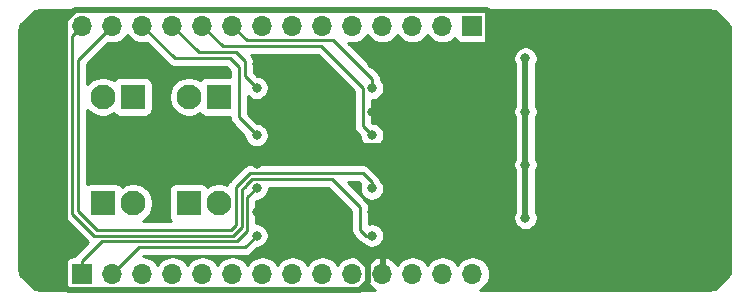
<source format=gbr>
G04 #@! TF.GenerationSoftware,KiCad,Pcbnew,5.1.4+dfsg1-1*
G04 #@! TF.CreationDate,2019-12-01T21:22:26+08:00*
G04 #@! TF.ProjectId,octolight,6f63746f-6c69-4676-9874-2e6b69636164,rev?*
G04 #@! TF.SameCoordinates,Original*
G04 #@! TF.FileFunction,Copper,L2,Bot*
G04 #@! TF.FilePolarity,Positive*
%FSLAX46Y46*%
G04 Gerber Fmt 4.6, Leading zero omitted, Abs format (unit mm)*
G04 Created by KiCad (PCBNEW 5.1.4+dfsg1-1) date 2019-12-01 21:22:26*
%MOMM*%
%LPD*%
G04 APERTURE LIST*
%ADD10R,2.100000X2.100000*%
%ADD11C,2.100000*%
%ADD12O,1.700000X1.700000*%
%ADD13R,1.700000X1.700000*%
%ADD14C,0.800000*%
%ADD15C,0.250000*%
%ADD16C,0.500000*%
%ADD17C,0.254000*%
G04 APERTURE END LIST*
D10*
X126000000Y-101500000D03*
D11*
X128540000Y-101500000D03*
X135790000Y-101500000D03*
D10*
X133250000Y-101500000D03*
X135790000Y-92500000D03*
D11*
X133250000Y-92500000D03*
D12*
X124250000Y-86500000D03*
X126790000Y-86500000D03*
X129330000Y-86500000D03*
X131870000Y-86500000D03*
X134410000Y-86500000D03*
X136950000Y-86500000D03*
X139490000Y-86500000D03*
X142030000Y-86500000D03*
X144570000Y-86500000D03*
X147110000Y-86500000D03*
X149650000Y-86500000D03*
X152190000Y-86500000D03*
X154730000Y-86500000D03*
D13*
X157270000Y-86500000D03*
X124250000Y-107500000D03*
D12*
X126790000Y-107500000D03*
X129330000Y-107500000D03*
X131870000Y-107500000D03*
X134410000Y-107500000D03*
X136950000Y-107500000D03*
X139490000Y-107500000D03*
X142030000Y-107500000D03*
X144570000Y-107500000D03*
X147110000Y-107500000D03*
X149650000Y-107500000D03*
X152190000Y-107500000D03*
X154730000Y-107500000D03*
X157270000Y-107500000D03*
D11*
X125960000Y-92500000D03*
D10*
X128500000Y-92500000D03*
D14*
X148750000Y-104250000D03*
X148750000Y-100250000D03*
X139000000Y-95750000D03*
X139000000Y-91750000D03*
X148750000Y-95750000D03*
X148750000Y-91750000D03*
X139000000Y-100250000D03*
X139000000Y-104250000D03*
X148750000Y-89750000D03*
X148775000Y-93750000D03*
X139000000Y-89750000D03*
X148750000Y-98250000D03*
X139000000Y-98199989D03*
X139000000Y-93750000D03*
X139000000Y-102250000D03*
X148750000Y-102250000D03*
X152500000Y-93525000D03*
X155000000Y-93525000D03*
X152750000Y-102000000D03*
X155250000Y-102000000D03*
X143000000Y-102000000D03*
X145500000Y-102000000D03*
X143000000Y-93500000D03*
X145500000Y-93525000D03*
X161750000Y-102750000D03*
X161750000Y-93750000D03*
X161750000Y-98250000D03*
X161750000Y-89250000D03*
D15*
X123400001Y-102382123D02*
X123400001Y-87349999D01*
X125267857Y-104249979D02*
X123400001Y-102382123D01*
X125749979Y-104249979D02*
X125267857Y-104249979D01*
X125749979Y-104249979D02*
X125500021Y-104249979D01*
X123400001Y-87349999D02*
X124250000Y-86500000D01*
X137000021Y-104249979D02*
X125749979Y-104249979D01*
X137724989Y-100378009D02*
X138176499Y-99926499D01*
X137724989Y-103525011D02*
X137724989Y-100378009D01*
X137000021Y-104249979D02*
X137724989Y-103525011D01*
X138176499Y-99926499D02*
X138000000Y-100102998D01*
X138627999Y-99474999D02*
X138176499Y-99926499D01*
X147750000Y-101852998D02*
X145372001Y-99474999D01*
X148250000Y-104250000D02*
X147750000Y-103750000D01*
X148750000Y-104250000D02*
X148250000Y-104250000D01*
X147750000Y-103750000D02*
X147750000Y-101852998D01*
X145372001Y-99474999D02*
X138627999Y-99474999D01*
X125750031Y-103749969D02*
X125474967Y-103749969D01*
X123900011Y-102150011D02*
X123900011Y-89389989D01*
X123900011Y-89389989D02*
X126790000Y-86500000D01*
X125750031Y-103749969D02*
X125499969Y-103749969D01*
X125499969Y-103749969D02*
X123900011Y-102150011D01*
X137224979Y-100170899D02*
X137697939Y-99697939D01*
X137697939Y-99697939D02*
X137499990Y-99895888D01*
X125750031Y-103749969D02*
X136792911Y-103749969D01*
X136792911Y-103749969D02*
X137224979Y-103317901D01*
X137224979Y-103317901D02*
X137224979Y-100170899D01*
X147974989Y-98974989D02*
X138420889Y-98974989D01*
X148750000Y-100250000D02*
X148750000Y-99750000D01*
X138420889Y-98974989D02*
X137697939Y-99697939D01*
X148750000Y-99750000D02*
X147974989Y-98974989D01*
X139000000Y-95750000D02*
X137500000Y-94250000D01*
X132055031Y-89225031D02*
X129330000Y-86500000D01*
X136725031Y-89225031D02*
X132055031Y-89225031D01*
X137500000Y-90000000D02*
X136725031Y-89225031D01*
X137500000Y-94250000D02*
X137500000Y-90000000D01*
X134095021Y-88725021D02*
X131870000Y-86500000D01*
X139000000Y-91750000D02*
X138000000Y-90750000D01*
X138000000Y-90750000D02*
X138000000Y-89500000D01*
X138000000Y-89500000D02*
X137225021Y-88725021D01*
X137225021Y-88725021D02*
X134095021Y-88725021D01*
X136135011Y-88225011D02*
X134410000Y-86500000D01*
X148750000Y-95750000D02*
X148500000Y-95750000D01*
X148750000Y-95750000D02*
X148000000Y-95000000D01*
X148000000Y-92147002D02*
X147974999Y-92122001D01*
X148000000Y-95000000D02*
X148000000Y-92147002D01*
X147974999Y-91724999D02*
X144475011Y-88225011D01*
X147974999Y-92122001D02*
X147974999Y-91724999D01*
X143975011Y-88225011D02*
X143774989Y-88225011D01*
X144475011Y-88225011D02*
X143774989Y-88225011D01*
X143774989Y-88225011D02*
X136135011Y-88225011D01*
X138175001Y-87725001D02*
X136950000Y-86500000D01*
X145475001Y-87725001D02*
X138175001Y-87725001D01*
X148750000Y-91750000D02*
X148750000Y-91000000D01*
X148750000Y-91000000D02*
X145475001Y-87725001D01*
X124250000Y-106400000D02*
X124250000Y-107500000D01*
X125900011Y-104749989D02*
X124250000Y-106400000D01*
X139000000Y-100250000D02*
X138224999Y-101025001D01*
X137353009Y-104749989D02*
X136250011Y-104749989D01*
X136425021Y-104749989D02*
X136250011Y-104749989D01*
X136250011Y-104749989D02*
X125900011Y-104749989D01*
X138224999Y-103877999D02*
X138224999Y-101025001D01*
X137353009Y-104749989D02*
X138224999Y-103877999D01*
X126790000Y-107459999D02*
X126790000Y-107500000D01*
X129040001Y-105249999D02*
X126790000Y-107500000D01*
X138000001Y-105249999D02*
X129040001Y-105249999D01*
X139000000Y-104250000D02*
X138000001Y-105249999D01*
D16*
X148460001Y-106851999D02*
X143858002Y-102250000D01*
X158620001Y-92237001D02*
X158620001Y-85249999D01*
X139000000Y-93750000D02*
X141900001Y-96650001D01*
X158620001Y-85249999D02*
X158520001Y-85149999D01*
X158520001Y-85149999D02*
X123601999Y-85149999D01*
X122999999Y-108850001D02*
X147758001Y-108850001D01*
X148460001Y-108148001D02*
X148460001Y-106851999D01*
X141900001Y-96650001D02*
X154207001Y-96650001D01*
X123601999Y-85149999D02*
X122774991Y-85977007D01*
X122774991Y-85977007D02*
X122774991Y-108624993D01*
X147758001Y-108850001D02*
X148460001Y-108148001D01*
X122774991Y-108624993D02*
X122999999Y-108850001D01*
X161750000Y-93750000D02*
X161750000Y-98250000D01*
X161750000Y-102750000D02*
X161750000Y-98250000D01*
X161750000Y-93750000D02*
X161750000Y-89250000D01*
D17*
G36*
X177687351Y-85196243D02*
G01*
X177800928Y-85230534D01*
X179020070Y-86449676D01*
X179051362Y-86550765D01*
X179090001Y-86918391D01*
X179090000Y-107067720D01*
X179053757Y-107437353D01*
X179019467Y-107550927D01*
X177800324Y-108770070D01*
X177699236Y-108801362D01*
X177331618Y-108840000D01*
X157913248Y-108840000D01*
X158099014Y-108740706D01*
X158325134Y-108555134D01*
X158510706Y-108329014D01*
X158648599Y-108071034D01*
X158733513Y-107791111D01*
X158762185Y-107500000D01*
X158733513Y-107208889D01*
X158648599Y-106928966D01*
X158510706Y-106670986D01*
X158325134Y-106444866D01*
X158099014Y-106259294D01*
X157841034Y-106121401D01*
X157561111Y-106036487D01*
X157342950Y-106015000D01*
X157197050Y-106015000D01*
X156978889Y-106036487D01*
X156698966Y-106121401D01*
X156440986Y-106259294D01*
X156214866Y-106444866D01*
X156029294Y-106670986D01*
X156000000Y-106725791D01*
X155970706Y-106670986D01*
X155785134Y-106444866D01*
X155559014Y-106259294D01*
X155301034Y-106121401D01*
X155021111Y-106036487D01*
X154802950Y-106015000D01*
X154657050Y-106015000D01*
X154438889Y-106036487D01*
X154158966Y-106121401D01*
X153900986Y-106259294D01*
X153674866Y-106444866D01*
X153489294Y-106670986D01*
X153460000Y-106725791D01*
X153430706Y-106670986D01*
X153245134Y-106444866D01*
X153019014Y-106259294D01*
X152761034Y-106121401D01*
X152481111Y-106036487D01*
X152262950Y-106015000D01*
X152117050Y-106015000D01*
X151898889Y-106036487D01*
X151618966Y-106121401D01*
X151360986Y-106259294D01*
X151134866Y-106444866D01*
X150949294Y-106670986D01*
X150914799Y-106735523D01*
X150845178Y-106618645D01*
X150650269Y-106402412D01*
X150416920Y-106228359D01*
X150154099Y-106103175D01*
X150006890Y-106058524D01*
X149777000Y-106179845D01*
X149777000Y-107373000D01*
X149797000Y-107373000D01*
X149797000Y-107627000D01*
X149777000Y-107627000D01*
X149777000Y-107647000D01*
X149523000Y-107647000D01*
X149523000Y-107627000D01*
X149503000Y-107627000D01*
X149503000Y-107373000D01*
X149523000Y-107373000D01*
X149523000Y-106179845D01*
X149293110Y-106058524D01*
X149145901Y-106103175D01*
X148883080Y-106228359D01*
X148649731Y-106402412D01*
X148454822Y-106618645D01*
X148385201Y-106735523D01*
X148350706Y-106670986D01*
X148165134Y-106444866D01*
X147939014Y-106259294D01*
X147681034Y-106121401D01*
X147401111Y-106036487D01*
X147182950Y-106015000D01*
X147037050Y-106015000D01*
X146818889Y-106036487D01*
X146538966Y-106121401D01*
X146280986Y-106259294D01*
X146054866Y-106444866D01*
X145869294Y-106670986D01*
X145840000Y-106725791D01*
X145810706Y-106670986D01*
X145625134Y-106444866D01*
X145399014Y-106259294D01*
X145141034Y-106121401D01*
X144861111Y-106036487D01*
X144642950Y-106015000D01*
X144497050Y-106015000D01*
X144278889Y-106036487D01*
X143998966Y-106121401D01*
X143740986Y-106259294D01*
X143514866Y-106444866D01*
X143329294Y-106670986D01*
X143300000Y-106725791D01*
X143270706Y-106670986D01*
X143085134Y-106444866D01*
X142859014Y-106259294D01*
X142601034Y-106121401D01*
X142321111Y-106036487D01*
X142102950Y-106015000D01*
X141957050Y-106015000D01*
X141738889Y-106036487D01*
X141458966Y-106121401D01*
X141200986Y-106259294D01*
X140974866Y-106444866D01*
X140789294Y-106670986D01*
X140760000Y-106725791D01*
X140730706Y-106670986D01*
X140545134Y-106444866D01*
X140319014Y-106259294D01*
X140061034Y-106121401D01*
X139781111Y-106036487D01*
X139562950Y-106015000D01*
X139417050Y-106015000D01*
X139198889Y-106036487D01*
X138918966Y-106121401D01*
X138660986Y-106259294D01*
X138434866Y-106444866D01*
X138249294Y-106670986D01*
X138220000Y-106725791D01*
X138190706Y-106670986D01*
X138005134Y-106444866D01*
X137779014Y-106259294D01*
X137521034Y-106121401D01*
X137241111Y-106036487D01*
X137022950Y-106015000D01*
X136877050Y-106015000D01*
X136658889Y-106036487D01*
X136378966Y-106121401D01*
X136120986Y-106259294D01*
X135894866Y-106444866D01*
X135709294Y-106670986D01*
X135680000Y-106725791D01*
X135650706Y-106670986D01*
X135465134Y-106444866D01*
X135239014Y-106259294D01*
X134981034Y-106121401D01*
X134701111Y-106036487D01*
X134482950Y-106015000D01*
X134337050Y-106015000D01*
X134118889Y-106036487D01*
X133838966Y-106121401D01*
X133580986Y-106259294D01*
X133354866Y-106444866D01*
X133169294Y-106670986D01*
X133140000Y-106725791D01*
X133110706Y-106670986D01*
X132925134Y-106444866D01*
X132699014Y-106259294D01*
X132441034Y-106121401D01*
X132161111Y-106036487D01*
X131942950Y-106015000D01*
X131797050Y-106015000D01*
X131578889Y-106036487D01*
X131298966Y-106121401D01*
X131040986Y-106259294D01*
X130814866Y-106444866D01*
X130629294Y-106670986D01*
X130600000Y-106725791D01*
X130570706Y-106670986D01*
X130385134Y-106444866D01*
X130159014Y-106259294D01*
X129901034Y-106121401D01*
X129621111Y-106036487D01*
X129402950Y-106015000D01*
X129349802Y-106015000D01*
X129354803Y-106009999D01*
X137962679Y-106009999D01*
X138000001Y-106013675D01*
X138037323Y-106009999D01*
X138037334Y-106009999D01*
X138148987Y-105999002D01*
X138292248Y-105955545D01*
X138424277Y-105884973D01*
X138540002Y-105790000D01*
X138563805Y-105760997D01*
X139039802Y-105285000D01*
X139101939Y-105285000D01*
X139301898Y-105245226D01*
X139490256Y-105167205D01*
X139659774Y-105053937D01*
X139803937Y-104909774D01*
X139917205Y-104740256D01*
X139995226Y-104551898D01*
X140035000Y-104351939D01*
X140035000Y-104148061D01*
X139995226Y-103948102D01*
X139917205Y-103759744D01*
X139803937Y-103590226D01*
X139659774Y-103446063D01*
X139490256Y-103332795D01*
X139301898Y-103254774D01*
X139101939Y-103215000D01*
X138984999Y-103215000D01*
X138984999Y-101339802D01*
X139039801Y-101285000D01*
X139101939Y-101285000D01*
X139301898Y-101245226D01*
X139490256Y-101167205D01*
X139659774Y-101053937D01*
X139803937Y-100909774D01*
X139917205Y-100740256D01*
X139995226Y-100551898D01*
X140035000Y-100351939D01*
X140035000Y-100234999D01*
X145057200Y-100234999D01*
X146990001Y-102167802D01*
X146990000Y-103712677D01*
X146986324Y-103750000D01*
X146990000Y-103787322D01*
X146990000Y-103787332D01*
X147000997Y-103898985D01*
X147039825Y-104026985D01*
X147044454Y-104042246D01*
X147115026Y-104174276D01*
X147154871Y-104222826D01*
X147209999Y-104290001D01*
X147239003Y-104313804D01*
X147686196Y-104760997D01*
X147709999Y-104790001D01*
X147825724Y-104884974D01*
X147957753Y-104955546D01*
X148006675Y-104970386D01*
X148090226Y-105053937D01*
X148259744Y-105167205D01*
X148448102Y-105245226D01*
X148648061Y-105285000D01*
X148851939Y-105285000D01*
X149051898Y-105245226D01*
X149240256Y-105167205D01*
X149409774Y-105053937D01*
X149553937Y-104909774D01*
X149667205Y-104740256D01*
X149745226Y-104551898D01*
X149785000Y-104351939D01*
X149785000Y-104148061D01*
X149745226Y-103948102D01*
X149667205Y-103759744D01*
X149553937Y-103590226D01*
X149409774Y-103446063D01*
X149240256Y-103332795D01*
X149051898Y-103254774D01*
X148851939Y-103215000D01*
X148648061Y-103215000D01*
X148510000Y-103242462D01*
X148510000Y-101890320D01*
X148513676Y-101852997D01*
X148510000Y-101815674D01*
X148510000Y-101815665D01*
X148499003Y-101704012D01*
X148455546Y-101560751D01*
X148384974Y-101428722D01*
X148350188Y-101386335D01*
X148313799Y-101341994D01*
X148313795Y-101341990D01*
X148290001Y-101312997D01*
X148261008Y-101289203D01*
X146706793Y-99734989D01*
X147660188Y-99734989D01*
X147789490Y-99864291D01*
X147754774Y-99948102D01*
X147715000Y-100148061D01*
X147715000Y-100351939D01*
X147754774Y-100551898D01*
X147832795Y-100740256D01*
X147946063Y-100909774D01*
X148090226Y-101053937D01*
X148259744Y-101167205D01*
X148448102Y-101245226D01*
X148648061Y-101285000D01*
X148851939Y-101285000D01*
X149051898Y-101245226D01*
X149240256Y-101167205D01*
X149409774Y-101053937D01*
X149553937Y-100909774D01*
X149667205Y-100740256D01*
X149745226Y-100551898D01*
X149785000Y-100351939D01*
X149785000Y-100148061D01*
X149745226Y-99948102D01*
X149667205Y-99759744D01*
X149553937Y-99590226D01*
X149470386Y-99506675D01*
X149455546Y-99457753D01*
X149384974Y-99325723D01*
X149313799Y-99238997D01*
X149290001Y-99209999D01*
X149261002Y-99186201D01*
X148538792Y-98463991D01*
X148514990Y-98434988D01*
X148399265Y-98340015D01*
X148267236Y-98269443D01*
X148123975Y-98225986D01*
X148012322Y-98214989D01*
X148012311Y-98214989D01*
X147974989Y-98211313D01*
X147937667Y-98214989D01*
X138458214Y-98214989D01*
X138420889Y-98211313D01*
X138383564Y-98214989D01*
X138383556Y-98214989D01*
X138271903Y-98225986D01*
X138128642Y-98269443D01*
X137996613Y-98340015D01*
X137880888Y-98434988D01*
X137857090Y-98463987D01*
X137186941Y-99134136D01*
X137186936Y-99134140D01*
X136713977Y-99607100D01*
X136684979Y-99630898D01*
X136661181Y-99659896D01*
X136661180Y-99659897D01*
X136590005Y-99746623D01*
X136519433Y-99878653D01*
X136498367Y-99948102D01*
X136492578Y-99967186D01*
X136281496Y-99879754D01*
X135955958Y-99815000D01*
X135624042Y-99815000D01*
X135298504Y-99879754D01*
X134991853Y-100006772D01*
X134838042Y-100109546D01*
X134830537Y-100095506D01*
X134751185Y-99998815D01*
X134654494Y-99919463D01*
X134544180Y-99860498D01*
X134424482Y-99824188D01*
X134300000Y-99811928D01*
X132200000Y-99811928D01*
X132075518Y-99824188D01*
X131955820Y-99860498D01*
X131845506Y-99919463D01*
X131748815Y-99998815D01*
X131669463Y-100095506D01*
X131610498Y-100205820D01*
X131574188Y-100325518D01*
X131561928Y-100450000D01*
X131561928Y-102550000D01*
X131574188Y-102674482D01*
X131610498Y-102794180D01*
X131669463Y-102904494D01*
X131739610Y-102989969D01*
X129343024Y-102989969D01*
X129614125Y-102808825D01*
X129848825Y-102574125D01*
X130033228Y-102298147D01*
X130160246Y-101991496D01*
X130225000Y-101665958D01*
X130225000Y-101334042D01*
X130160246Y-101008504D01*
X130033228Y-100701853D01*
X129848825Y-100425875D01*
X129614125Y-100191175D01*
X129338147Y-100006772D01*
X129031496Y-99879754D01*
X128705958Y-99815000D01*
X128374042Y-99815000D01*
X128048504Y-99879754D01*
X127741853Y-100006772D01*
X127588042Y-100109546D01*
X127580537Y-100095506D01*
X127501185Y-99998815D01*
X127404494Y-99919463D01*
X127294180Y-99860498D01*
X127174482Y-99824188D01*
X127050000Y-99811928D01*
X124950000Y-99811928D01*
X124825518Y-99824188D01*
X124705820Y-99860498D01*
X124660011Y-99884984D01*
X124660011Y-93582961D01*
X124885875Y-93808825D01*
X125161853Y-93993228D01*
X125468504Y-94120246D01*
X125794042Y-94185000D01*
X126125958Y-94185000D01*
X126451496Y-94120246D01*
X126758147Y-93993228D01*
X126911958Y-93890454D01*
X126919463Y-93904494D01*
X126998815Y-94001185D01*
X127095506Y-94080537D01*
X127205820Y-94139502D01*
X127325518Y-94175812D01*
X127450000Y-94188072D01*
X129550000Y-94188072D01*
X129674482Y-94175812D01*
X129794180Y-94139502D01*
X129904494Y-94080537D01*
X130001185Y-94001185D01*
X130080537Y-93904494D01*
X130139502Y-93794180D01*
X130175812Y-93674482D01*
X130188072Y-93550000D01*
X130188072Y-91450000D01*
X130175812Y-91325518D01*
X130139502Y-91205820D01*
X130080537Y-91095506D01*
X130001185Y-90998815D01*
X129904494Y-90919463D01*
X129794180Y-90860498D01*
X129674482Y-90824188D01*
X129550000Y-90811928D01*
X127450000Y-90811928D01*
X127325518Y-90824188D01*
X127205820Y-90860498D01*
X127095506Y-90919463D01*
X126998815Y-90998815D01*
X126919463Y-91095506D01*
X126911958Y-91109546D01*
X126758147Y-91006772D01*
X126451496Y-90879754D01*
X126125958Y-90815000D01*
X125794042Y-90815000D01*
X125468504Y-90879754D01*
X125161853Y-91006772D01*
X124885875Y-91191175D01*
X124660011Y-91417039D01*
X124660011Y-89704790D01*
X126424005Y-87940797D01*
X126498889Y-87963513D01*
X126717050Y-87985000D01*
X126862950Y-87985000D01*
X127081111Y-87963513D01*
X127361034Y-87878599D01*
X127619014Y-87740706D01*
X127845134Y-87555134D01*
X128030706Y-87329014D01*
X128060000Y-87274209D01*
X128089294Y-87329014D01*
X128274866Y-87555134D01*
X128500986Y-87740706D01*
X128758966Y-87878599D01*
X129038889Y-87963513D01*
X129257050Y-87985000D01*
X129402950Y-87985000D01*
X129621111Y-87963513D01*
X129695996Y-87940797D01*
X131491231Y-89736033D01*
X131515030Y-89765032D01*
X131630755Y-89860005D01*
X131762784Y-89930577D01*
X131906045Y-89974034D01*
X132017698Y-89985031D01*
X132017706Y-89985031D01*
X132055031Y-89988707D01*
X132092356Y-89985031D01*
X136410230Y-89985031D01*
X136740001Y-90314803D01*
X136740001Y-90811928D01*
X134740000Y-90811928D01*
X134615518Y-90824188D01*
X134495820Y-90860498D01*
X134385506Y-90919463D01*
X134288815Y-90998815D01*
X134209463Y-91095506D01*
X134201958Y-91109546D01*
X134048147Y-91006772D01*
X133741496Y-90879754D01*
X133415958Y-90815000D01*
X133084042Y-90815000D01*
X132758504Y-90879754D01*
X132451853Y-91006772D01*
X132175875Y-91191175D01*
X131941175Y-91425875D01*
X131756772Y-91701853D01*
X131629754Y-92008504D01*
X131565000Y-92334042D01*
X131565000Y-92665958D01*
X131629754Y-92991496D01*
X131756772Y-93298147D01*
X131941175Y-93574125D01*
X132175875Y-93808825D01*
X132451853Y-93993228D01*
X132758504Y-94120246D01*
X133084042Y-94185000D01*
X133415958Y-94185000D01*
X133741496Y-94120246D01*
X134048147Y-93993228D01*
X134201958Y-93890454D01*
X134209463Y-93904494D01*
X134288815Y-94001185D01*
X134385506Y-94080537D01*
X134495820Y-94139502D01*
X134615518Y-94175812D01*
X134740000Y-94188072D01*
X136740000Y-94188072D01*
X136740000Y-94212677D01*
X136736324Y-94250000D01*
X136740000Y-94287322D01*
X136740000Y-94287332D01*
X136750997Y-94398985D01*
X136778427Y-94489411D01*
X136794454Y-94542246D01*
X136865026Y-94674276D01*
X136892501Y-94707754D01*
X136959999Y-94790001D01*
X136989003Y-94813804D01*
X137965000Y-95789802D01*
X137965000Y-95851939D01*
X138004774Y-96051898D01*
X138082795Y-96240256D01*
X138196063Y-96409774D01*
X138340226Y-96553937D01*
X138509744Y-96667205D01*
X138698102Y-96745226D01*
X138898061Y-96785000D01*
X139101939Y-96785000D01*
X139301898Y-96745226D01*
X139490256Y-96667205D01*
X139659774Y-96553937D01*
X139803937Y-96409774D01*
X139917205Y-96240256D01*
X139995226Y-96051898D01*
X140035000Y-95851939D01*
X140035000Y-95648061D01*
X139995226Y-95448102D01*
X139917205Y-95259744D01*
X139803937Y-95090226D01*
X139659774Y-94946063D01*
X139490256Y-94832795D01*
X139301898Y-94754774D01*
X139101939Y-94715000D01*
X139039802Y-94715000D01*
X138260000Y-93935199D01*
X138260000Y-92473711D01*
X138340226Y-92553937D01*
X138509744Y-92667205D01*
X138698102Y-92745226D01*
X138898061Y-92785000D01*
X139101939Y-92785000D01*
X139301898Y-92745226D01*
X139490256Y-92667205D01*
X139659774Y-92553937D01*
X139803937Y-92409774D01*
X139917205Y-92240256D01*
X139995226Y-92051898D01*
X140035000Y-91851939D01*
X140035000Y-91648061D01*
X139995226Y-91448102D01*
X139917205Y-91259744D01*
X139803937Y-91090226D01*
X139659774Y-90946063D01*
X139490256Y-90832795D01*
X139301898Y-90754774D01*
X139101939Y-90715000D01*
X139039802Y-90715000D01*
X138760000Y-90435199D01*
X138760000Y-89537323D01*
X138763676Y-89500000D01*
X138760000Y-89462677D01*
X138760000Y-89462667D01*
X138749003Y-89351014D01*
X138705546Y-89207753D01*
X138634974Y-89075724D01*
X138560528Y-88985011D01*
X144160210Y-88985011D01*
X147214999Y-92039802D01*
X147214999Y-92084679D01*
X147211323Y-92122001D01*
X147214999Y-92159323D01*
X147214999Y-92159333D01*
X147225996Y-92270986D01*
X147240001Y-92317155D01*
X147240000Y-94962677D01*
X147236324Y-95000000D01*
X147240000Y-95037322D01*
X147240000Y-95037332D01*
X147250997Y-95148985D01*
X147284595Y-95259744D01*
X147294454Y-95292246D01*
X147365026Y-95424276D01*
X147384580Y-95448102D01*
X147459999Y-95540001D01*
X147489002Y-95563803D01*
X147715000Y-95789801D01*
X147715000Y-95851939D01*
X147754774Y-96051898D01*
X147832795Y-96240256D01*
X147946063Y-96409774D01*
X148090226Y-96553937D01*
X148259744Y-96667205D01*
X148448102Y-96745226D01*
X148648061Y-96785000D01*
X148851939Y-96785000D01*
X149051898Y-96745226D01*
X149240256Y-96667205D01*
X149409774Y-96553937D01*
X149553937Y-96409774D01*
X149667205Y-96240256D01*
X149745226Y-96051898D01*
X149785000Y-95851939D01*
X149785000Y-95648061D01*
X149745226Y-95448102D01*
X149667205Y-95259744D01*
X149553937Y-95090226D01*
X149409774Y-94946063D01*
X149240256Y-94832795D01*
X149051898Y-94754774D01*
X148851939Y-94715000D01*
X148789801Y-94715000D01*
X148760000Y-94685199D01*
X148760000Y-92785000D01*
X148851939Y-92785000D01*
X149051898Y-92745226D01*
X149240256Y-92667205D01*
X149409774Y-92553937D01*
X149553937Y-92409774D01*
X149667205Y-92240256D01*
X149745226Y-92051898D01*
X149785000Y-91851939D01*
X149785000Y-91648061D01*
X149745226Y-91448102D01*
X149667205Y-91259744D01*
X149553937Y-91090226D01*
X149510000Y-91046289D01*
X149510000Y-91037322D01*
X149513676Y-90999999D01*
X149510000Y-90962677D01*
X149510000Y-90962667D01*
X149499003Y-90851014D01*
X149455546Y-90707753D01*
X149454366Y-90705546D01*
X149384974Y-90575723D01*
X149313799Y-90488997D01*
X149290001Y-90459999D01*
X149261003Y-90436201D01*
X147972863Y-89148061D01*
X160715000Y-89148061D01*
X160715000Y-89351939D01*
X160754774Y-89551898D01*
X160832795Y-89740256D01*
X160865001Y-89788456D01*
X160865000Y-93211545D01*
X160832795Y-93259744D01*
X160754774Y-93448102D01*
X160715000Y-93648061D01*
X160715000Y-93851939D01*
X160754774Y-94051898D01*
X160832795Y-94240256D01*
X160865000Y-94288455D01*
X160865001Y-97711544D01*
X160832795Y-97759744D01*
X160754774Y-97948102D01*
X160715000Y-98148061D01*
X160715000Y-98351939D01*
X160754774Y-98551898D01*
X160832795Y-98740256D01*
X160865001Y-98788456D01*
X160865000Y-102211545D01*
X160832795Y-102259744D01*
X160754774Y-102448102D01*
X160715000Y-102648061D01*
X160715000Y-102851939D01*
X160754774Y-103051898D01*
X160832795Y-103240256D01*
X160946063Y-103409774D01*
X161090226Y-103553937D01*
X161259744Y-103667205D01*
X161448102Y-103745226D01*
X161648061Y-103785000D01*
X161851939Y-103785000D01*
X162051898Y-103745226D01*
X162240256Y-103667205D01*
X162409774Y-103553937D01*
X162553937Y-103409774D01*
X162667205Y-103240256D01*
X162745226Y-103051898D01*
X162785000Y-102851939D01*
X162785000Y-102648061D01*
X162745226Y-102448102D01*
X162667205Y-102259744D01*
X162635000Y-102211546D01*
X162635000Y-98788454D01*
X162667205Y-98740256D01*
X162745226Y-98551898D01*
X162785000Y-98351939D01*
X162785000Y-98148061D01*
X162745226Y-97948102D01*
X162667205Y-97759744D01*
X162635000Y-97711546D01*
X162635000Y-94288454D01*
X162667205Y-94240256D01*
X162745226Y-94051898D01*
X162785000Y-93851939D01*
X162785000Y-93648061D01*
X162745226Y-93448102D01*
X162667205Y-93259744D01*
X162635000Y-93211546D01*
X162635000Y-89788454D01*
X162667205Y-89740256D01*
X162745226Y-89551898D01*
X162785000Y-89351939D01*
X162785000Y-89148061D01*
X162745226Y-88948102D01*
X162667205Y-88759744D01*
X162553937Y-88590226D01*
X162409774Y-88446063D01*
X162240256Y-88332795D01*
X162051898Y-88254774D01*
X161851939Y-88215000D01*
X161648061Y-88215000D01*
X161448102Y-88254774D01*
X161259744Y-88332795D01*
X161090226Y-88446063D01*
X160946063Y-88590226D01*
X160832795Y-88759744D01*
X160754774Y-88948102D01*
X160715000Y-89148061D01*
X147972863Y-89148061D01*
X146775001Y-87950200D01*
X146818889Y-87963513D01*
X147037050Y-87985000D01*
X147182950Y-87985000D01*
X147401111Y-87963513D01*
X147681034Y-87878599D01*
X147939014Y-87740706D01*
X148165134Y-87555134D01*
X148350706Y-87329014D01*
X148380000Y-87274209D01*
X148409294Y-87329014D01*
X148594866Y-87555134D01*
X148820986Y-87740706D01*
X149078966Y-87878599D01*
X149358889Y-87963513D01*
X149577050Y-87985000D01*
X149722950Y-87985000D01*
X149941111Y-87963513D01*
X150221034Y-87878599D01*
X150479014Y-87740706D01*
X150705134Y-87555134D01*
X150890706Y-87329014D01*
X150920000Y-87274209D01*
X150949294Y-87329014D01*
X151134866Y-87555134D01*
X151360986Y-87740706D01*
X151618966Y-87878599D01*
X151898889Y-87963513D01*
X152117050Y-87985000D01*
X152262950Y-87985000D01*
X152481111Y-87963513D01*
X152761034Y-87878599D01*
X153019014Y-87740706D01*
X153245134Y-87555134D01*
X153430706Y-87329014D01*
X153460000Y-87274209D01*
X153489294Y-87329014D01*
X153674866Y-87555134D01*
X153900986Y-87740706D01*
X154158966Y-87878599D01*
X154438889Y-87963513D01*
X154657050Y-87985000D01*
X154802950Y-87985000D01*
X155021111Y-87963513D01*
X155301034Y-87878599D01*
X155559014Y-87740706D01*
X155785134Y-87555134D01*
X155809607Y-87525313D01*
X155830498Y-87594180D01*
X155889463Y-87704494D01*
X155968815Y-87801185D01*
X156065506Y-87880537D01*
X156175820Y-87939502D01*
X156295518Y-87975812D01*
X156420000Y-87988072D01*
X158120000Y-87988072D01*
X158244482Y-87975812D01*
X158364180Y-87939502D01*
X158474494Y-87880537D01*
X158571185Y-87801185D01*
X158650537Y-87704494D01*
X158709502Y-87594180D01*
X158745812Y-87474482D01*
X158758072Y-87350000D01*
X158758072Y-85650000D01*
X158745812Y-85525518D01*
X158709502Y-85405820D01*
X158650537Y-85295506D01*
X158571185Y-85198815D01*
X158523889Y-85160000D01*
X177317721Y-85160000D01*
X177687351Y-85196243D01*
X177687351Y-85196243D01*
G37*
X177687351Y-85196243D02*
X177800928Y-85230534D01*
X179020070Y-86449676D01*
X179051362Y-86550765D01*
X179090001Y-86918391D01*
X179090000Y-107067720D01*
X179053757Y-107437353D01*
X179019467Y-107550927D01*
X177800324Y-108770070D01*
X177699236Y-108801362D01*
X177331618Y-108840000D01*
X157913248Y-108840000D01*
X158099014Y-108740706D01*
X158325134Y-108555134D01*
X158510706Y-108329014D01*
X158648599Y-108071034D01*
X158733513Y-107791111D01*
X158762185Y-107500000D01*
X158733513Y-107208889D01*
X158648599Y-106928966D01*
X158510706Y-106670986D01*
X158325134Y-106444866D01*
X158099014Y-106259294D01*
X157841034Y-106121401D01*
X157561111Y-106036487D01*
X157342950Y-106015000D01*
X157197050Y-106015000D01*
X156978889Y-106036487D01*
X156698966Y-106121401D01*
X156440986Y-106259294D01*
X156214866Y-106444866D01*
X156029294Y-106670986D01*
X156000000Y-106725791D01*
X155970706Y-106670986D01*
X155785134Y-106444866D01*
X155559014Y-106259294D01*
X155301034Y-106121401D01*
X155021111Y-106036487D01*
X154802950Y-106015000D01*
X154657050Y-106015000D01*
X154438889Y-106036487D01*
X154158966Y-106121401D01*
X153900986Y-106259294D01*
X153674866Y-106444866D01*
X153489294Y-106670986D01*
X153460000Y-106725791D01*
X153430706Y-106670986D01*
X153245134Y-106444866D01*
X153019014Y-106259294D01*
X152761034Y-106121401D01*
X152481111Y-106036487D01*
X152262950Y-106015000D01*
X152117050Y-106015000D01*
X151898889Y-106036487D01*
X151618966Y-106121401D01*
X151360986Y-106259294D01*
X151134866Y-106444866D01*
X150949294Y-106670986D01*
X150914799Y-106735523D01*
X150845178Y-106618645D01*
X150650269Y-106402412D01*
X150416920Y-106228359D01*
X150154099Y-106103175D01*
X150006890Y-106058524D01*
X149777000Y-106179845D01*
X149777000Y-107373000D01*
X149797000Y-107373000D01*
X149797000Y-107627000D01*
X149777000Y-107627000D01*
X149777000Y-107647000D01*
X149523000Y-107647000D01*
X149523000Y-107627000D01*
X149503000Y-107627000D01*
X149503000Y-107373000D01*
X149523000Y-107373000D01*
X149523000Y-106179845D01*
X149293110Y-106058524D01*
X149145901Y-106103175D01*
X148883080Y-106228359D01*
X148649731Y-106402412D01*
X148454822Y-106618645D01*
X148385201Y-106735523D01*
X148350706Y-106670986D01*
X148165134Y-106444866D01*
X147939014Y-106259294D01*
X147681034Y-106121401D01*
X147401111Y-106036487D01*
X147182950Y-106015000D01*
X147037050Y-106015000D01*
X146818889Y-106036487D01*
X146538966Y-106121401D01*
X146280986Y-106259294D01*
X146054866Y-106444866D01*
X145869294Y-106670986D01*
X145840000Y-106725791D01*
X145810706Y-106670986D01*
X145625134Y-106444866D01*
X145399014Y-106259294D01*
X145141034Y-106121401D01*
X144861111Y-106036487D01*
X144642950Y-106015000D01*
X144497050Y-106015000D01*
X144278889Y-106036487D01*
X143998966Y-106121401D01*
X143740986Y-106259294D01*
X143514866Y-106444866D01*
X143329294Y-106670986D01*
X143300000Y-106725791D01*
X143270706Y-106670986D01*
X143085134Y-106444866D01*
X142859014Y-106259294D01*
X142601034Y-106121401D01*
X142321111Y-106036487D01*
X142102950Y-106015000D01*
X141957050Y-106015000D01*
X141738889Y-106036487D01*
X141458966Y-106121401D01*
X141200986Y-106259294D01*
X140974866Y-106444866D01*
X140789294Y-106670986D01*
X140760000Y-106725791D01*
X140730706Y-106670986D01*
X140545134Y-106444866D01*
X140319014Y-106259294D01*
X140061034Y-106121401D01*
X139781111Y-106036487D01*
X139562950Y-106015000D01*
X139417050Y-106015000D01*
X139198889Y-106036487D01*
X138918966Y-106121401D01*
X138660986Y-106259294D01*
X138434866Y-106444866D01*
X138249294Y-106670986D01*
X138220000Y-106725791D01*
X138190706Y-106670986D01*
X138005134Y-106444866D01*
X137779014Y-106259294D01*
X137521034Y-106121401D01*
X137241111Y-106036487D01*
X137022950Y-106015000D01*
X136877050Y-106015000D01*
X136658889Y-106036487D01*
X136378966Y-106121401D01*
X136120986Y-106259294D01*
X135894866Y-106444866D01*
X135709294Y-106670986D01*
X135680000Y-106725791D01*
X135650706Y-106670986D01*
X135465134Y-106444866D01*
X135239014Y-106259294D01*
X134981034Y-106121401D01*
X134701111Y-106036487D01*
X134482950Y-106015000D01*
X134337050Y-106015000D01*
X134118889Y-106036487D01*
X133838966Y-106121401D01*
X133580986Y-106259294D01*
X133354866Y-106444866D01*
X133169294Y-106670986D01*
X133140000Y-106725791D01*
X133110706Y-106670986D01*
X132925134Y-106444866D01*
X132699014Y-106259294D01*
X132441034Y-106121401D01*
X132161111Y-106036487D01*
X131942950Y-106015000D01*
X131797050Y-106015000D01*
X131578889Y-106036487D01*
X131298966Y-106121401D01*
X131040986Y-106259294D01*
X130814866Y-106444866D01*
X130629294Y-106670986D01*
X130600000Y-106725791D01*
X130570706Y-106670986D01*
X130385134Y-106444866D01*
X130159014Y-106259294D01*
X129901034Y-106121401D01*
X129621111Y-106036487D01*
X129402950Y-106015000D01*
X129349802Y-106015000D01*
X129354803Y-106009999D01*
X137962679Y-106009999D01*
X138000001Y-106013675D01*
X138037323Y-106009999D01*
X138037334Y-106009999D01*
X138148987Y-105999002D01*
X138292248Y-105955545D01*
X138424277Y-105884973D01*
X138540002Y-105790000D01*
X138563805Y-105760997D01*
X139039802Y-105285000D01*
X139101939Y-105285000D01*
X139301898Y-105245226D01*
X139490256Y-105167205D01*
X139659774Y-105053937D01*
X139803937Y-104909774D01*
X139917205Y-104740256D01*
X139995226Y-104551898D01*
X140035000Y-104351939D01*
X140035000Y-104148061D01*
X139995226Y-103948102D01*
X139917205Y-103759744D01*
X139803937Y-103590226D01*
X139659774Y-103446063D01*
X139490256Y-103332795D01*
X139301898Y-103254774D01*
X139101939Y-103215000D01*
X138984999Y-103215000D01*
X138984999Y-101339802D01*
X139039801Y-101285000D01*
X139101939Y-101285000D01*
X139301898Y-101245226D01*
X139490256Y-101167205D01*
X139659774Y-101053937D01*
X139803937Y-100909774D01*
X139917205Y-100740256D01*
X139995226Y-100551898D01*
X140035000Y-100351939D01*
X140035000Y-100234999D01*
X145057200Y-100234999D01*
X146990001Y-102167802D01*
X146990000Y-103712677D01*
X146986324Y-103750000D01*
X146990000Y-103787322D01*
X146990000Y-103787332D01*
X147000997Y-103898985D01*
X147039825Y-104026985D01*
X147044454Y-104042246D01*
X147115026Y-104174276D01*
X147154871Y-104222826D01*
X147209999Y-104290001D01*
X147239003Y-104313804D01*
X147686196Y-104760997D01*
X147709999Y-104790001D01*
X147825724Y-104884974D01*
X147957753Y-104955546D01*
X148006675Y-104970386D01*
X148090226Y-105053937D01*
X148259744Y-105167205D01*
X148448102Y-105245226D01*
X148648061Y-105285000D01*
X148851939Y-105285000D01*
X149051898Y-105245226D01*
X149240256Y-105167205D01*
X149409774Y-105053937D01*
X149553937Y-104909774D01*
X149667205Y-104740256D01*
X149745226Y-104551898D01*
X149785000Y-104351939D01*
X149785000Y-104148061D01*
X149745226Y-103948102D01*
X149667205Y-103759744D01*
X149553937Y-103590226D01*
X149409774Y-103446063D01*
X149240256Y-103332795D01*
X149051898Y-103254774D01*
X148851939Y-103215000D01*
X148648061Y-103215000D01*
X148510000Y-103242462D01*
X148510000Y-101890320D01*
X148513676Y-101852997D01*
X148510000Y-101815674D01*
X148510000Y-101815665D01*
X148499003Y-101704012D01*
X148455546Y-101560751D01*
X148384974Y-101428722D01*
X148350188Y-101386335D01*
X148313799Y-101341994D01*
X148313795Y-101341990D01*
X148290001Y-101312997D01*
X148261008Y-101289203D01*
X146706793Y-99734989D01*
X147660188Y-99734989D01*
X147789490Y-99864291D01*
X147754774Y-99948102D01*
X147715000Y-100148061D01*
X147715000Y-100351939D01*
X147754774Y-100551898D01*
X147832795Y-100740256D01*
X147946063Y-100909774D01*
X148090226Y-101053937D01*
X148259744Y-101167205D01*
X148448102Y-101245226D01*
X148648061Y-101285000D01*
X148851939Y-101285000D01*
X149051898Y-101245226D01*
X149240256Y-101167205D01*
X149409774Y-101053937D01*
X149553937Y-100909774D01*
X149667205Y-100740256D01*
X149745226Y-100551898D01*
X149785000Y-100351939D01*
X149785000Y-100148061D01*
X149745226Y-99948102D01*
X149667205Y-99759744D01*
X149553937Y-99590226D01*
X149470386Y-99506675D01*
X149455546Y-99457753D01*
X149384974Y-99325723D01*
X149313799Y-99238997D01*
X149290001Y-99209999D01*
X149261002Y-99186201D01*
X148538792Y-98463991D01*
X148514990Y-98434988D01*
X148399265Y-98340015D01*
X148267236Y-98269443D01*
X148123975Y-98225986D01*
X148012322Y-98214989D01*
X148012311Y-98214989D01*
X147974989Y-98211313D01*
X147937667Y-98214989D01*
X138458214Y-98214989D01*
X138420889Y-98211313D01*
X138383564Y-98214989D01*
X138383556Y-98214989D01*
X138271903Y-98225986D01*
X138128642Y-98269443D01*
X137996613Y-98340015D01*
X137880888Y-98434988D01*
X137857090Y-98463987D01*
X137186941Y-99134136D01*
X137186936Y-99134140D01*
X136713977Y-99607100D01*
X136684979Y-99630898D01*
X136661181Y-99659896D01*
X136661180Y-99659897D01*
X136590005Y-99746623D01*
X136519433Y-99878653D01*
X136498367Y-99948102D01*
X136492578Y-99967186D01*
X136281496Y-99879754D01*
X135955958Y-99815000D01*
X135624042Y-99815000D01*
X135298504Y-99879754D01*
X134991853Y-100006772D01*
X134838042Y-100109546D01*
X134830537Y-100095506D01*
X134751185Y-99998815D01*
X134654494Y-99919463D01*
X134544180Y-99860498D01*
X134424482Y-99824188D01*
X134300000Y-99811928D01*
X132200000Y-99811928D01*
X132075518Y-99824188D01*
X131955820Y-99860498D01*
X131845506Y-99919463D01*
X131748815Y-99998815D01*
X131669463Y-100095506D01*
X131610498Y-100205820D01*
X131574188Y-100325518D01*
X131561928Y-100450000D01*
X131561928Y-102550000D01*
X131574188Y-102674482D01*
X131610498Y-102794180D01*
X131669463Y-102904494D01*
X131739610Y-102989969D01*
X129343024Y-102989969D01*
X129614125Y-102808825D01*
X129848825Y-102574125D01*
X130033228Y-102298147D01*
X130160246Y-101991496D01*
X130225000Y-101665958D01*
X130225000Y-101334042D01*
X130160246Y-101008504D01*
X130033228Y-100701853D01*
X129848825Y-100425875D01*
X129614125Y-100191175D01*
X129338147Y-100006772D01*
X129031496Y-99879754D01*
X128705958Y-99815000D01*
X128374042Y-99815000D01*
X128048504Y-99879754D01*
X127741853Y-100006772D01*
X127588042Y-100109546D01*
X127580537Y-100095506D01*
X127501185Y-99998815D01*
X127404494Y-99919463D01*
X127294180Y-99860498D01*
X127174482Y-99824188D01*
X127050000Y-99811928D01*
X124950000Y-99811928D01*
X124825518Y-99824188D01*
X124705820Y-99860498D01*
X124660011Y-99884984D01*
X124660011Y-93582961D01*
X124885875Y-93808825D01*
X125161853Y-93993228D01*
X125468504Y-94120246D01*
X125794042Y-94185000D01*
X126125958Y-94185000D01*
X126451496Y-94120246D01*
X126758147Y-93993228D01*
X126911958Y-93890454D01*
X126919463Y-93904494D01*
X126998815Y-94001185D01*
X127095506Y-94080537D01*
X127205820Y-94139502D01*
X127325518Y-94175812D01*
X127450000Y-94188072D01*
X129550000Y-94188072D01*
X129674482Y-94175812D01*
X129794180Y-94139502D01*
X129904494Y-94080537D01*
X130001185Y-94001185D01*
X130080537Y-93904494D01*
X130139502Y-93794180D01*
X130175812Y-93674482D01*
X130188072Y-93550000D01*
X130188072Y-91450000D01*
X130175812Y-91325518D01*
X130139502Y-91205820D01*
X130080537Y-91095506D01*
X130001185Y-90998815D01*
X129904494Y-90919463D01*
X129794180Y-90860498D01*
X129674482Y-90824188D01*
X129550000Y-90811928D01*
X127450000Y-90811928D01*
X127325518Y-90824188D01*
X127205820Y-90860498D01*
X127095506Y-90919463D01*
X126998815Y-90998815D01*
X126919463Y-91095506D01*
X126911958Y-91109546D01*
X126758147Y-91006772D01*
X126451496Y-90879754D01*
X126125958Y-90815000D01*
X125794042Y-90815000D01*
X125468504Y-90879754D01*
X125161853Y-91006772D01*
X124885875Y-91191175D01*
X124660011Y-91417039D01*
X124660011Y-89704790D01*
X126424005Y-87940797D01*
X126498889Y-87963513D01*
X126717050Y-87985000D01*
X126862950Y-87985000D01*
X127081111Y-87963513D01*
X127361034Y-87878599D01*
X127619014Y-87740706D01*
X127845134Y-87555134D01*
X128030706Y-87329014D01*
X128060000Y-87274209D01*
X128089294Y-87329014D01*
X128274866Y-87555134D01*
X128500986Y-87740706D01*
X128758966Y-87878599D01*
X129038889Y-87963513D01*
X129257050Y-87985000D01*
X129402950Y-87985000D01*
X129621111Y-87963513D01*
X129695996Y-87940797D01*
X131491231Y-89736033D01*
X131515030Y-89765032D01*
X131630755Y-89860005D01*
X131762784Y-89930577D01*
X131906045Y-89974034D01*
X132017698Y-89985031D01*
X132017706Y-89985031D01*
X132055031Y-89988707D01*
X132092356Y-89985031D01*
X136410230Y-89985031D01*
X136740001Y-90314803D01*
X136740001Y-90811928D01*
X134740000Y-90811928D01*
X134615518Y-90824188D01*
X134495820Y-90860498D01*
X134385506Y-90919463D01*
X134288815Y-90998815D01*
X134209463Y-91095506D01*
X134201958Y-91109546D01*
X134048147Y-91006772D01*
X133741496Y-90879754D01*
X133415958Y-90815000D01*
X133084042Y-90815000D01*
X132758504Y-90879754D01*
X132451853Y-91006772D01*
X132175875Y-91191175D01*
X131941175Y-91425875D01*
X131756772Y-91701853D01*
X131629754Y-92008504D01*
X131565000Y-92334042D01*
X131565000Y-92665958D01*
X131629754Y-92991496D01*
X131756772Y-93298147D01*
X131941175Y-93574125D01*
X132175875Y-93808825D01*
X132451853Y-93993228D01*
X132758504Y-94120246D01*
X133084042Y-94185000D01*
X133415958Y-94185000D01*
X133741496Y-94120246D01*
X134048147Y-93993228D01*
X134201958Y-93890454D01*
X134209463Y-93904494D01*
X134288815Y-94001185D01*
X134385506Y-94080537D01*
X134495820Y-94139502D01*
X134615518Y-94175812D01*
X134740000Y-94188072D01*
X136740000Y-94188072D01*
X136740000Y-94212677D01*
X136736324Y-94250000D01*
X136740000Y-94287322D01*
X136740000Y-94287332D01*
X136750997Y-94398985D01*
X136778427Y-94489411D01*
X136794454Y-94542246D01*
X136865026Y-94674276D01*
X136892501Y-94707754D01*
X136959999Y-94790001D01*
X136989003Y-94813804D01*
X137965000Y-95789802D01*
X137965000Y-95851939D01*
X138004774Y-96051898D01*
X138082795Y-96240256D01*
X138196063Y-96409774D01*
X138340226Y-96553937D01*
X138509744Y-96667205D01*
X138698102Y-96745226D01*
X138898061Y-96785000D01*
X139101939Y-96785000D01*
X139301898Y-96745226D01*
X139490256Y-96667205D01*
X139659774Y-96553937D01*
X139803937Y-96409774D01*
X139917205Y-96240256D01*
X139995226Y-96051898D01*
X140035000Y-95851939D01*
X140035000Y-95648061D01*
X139995226Y-95448102D01*
X139917205Y-95259744D01*
X139803937Y-95090226D01*
X139659774Y-94946063D01*
X139490256Y-94832795D01*
X139301898Y-94754774D01*
X139101939Y-94715000D01*
X139039802Y-94715000D01*
X138260000Y-93935199D01*
X138260000Y-92473711D01*
X138340226Y-92553937D01*
X138509744Y-92667205D01*
X138698102Y-92745226D01*
X138898061Y-92785000D01*
X139101939Y-92785000D01*
X139301898Y-92745226D01*
X139490256Y-92667205D01*
X139659774Y-92553937D01*
X139803937Y-92409774D01*
X139917205Y-92240256D01*
X139995226Y-92051898D01*
X140035000Y-91851939D01*
X140035000Y-91648061D01*
X139995226Y-91448102D01*
X139917205Y-91259744D01*
X139803937Y-91090226D01*
X139659774Y-90946063D01*
X139490256Y-90832795D01*
X139301898Y-90754774D01*
X139101939Y-90715000D01*
X139039802Y-90715000D01*
X138760000Y-90435199D01*
X138760000Y-89537323D01*
X138763676Y-89500000D01*
X138760000Y-89462677D01*
X138760000Y-89462667D01*
X138749003Y-89351014D01*
X138705546Y-89207753D01*
X138634974Y-89075724D01*
X138560528Y-88985011D01*
X144160210Y-88985011D01*
X147214999Y-92039802D01*
X147214999Y-92084679D01*
X147211323Y-92122001D01*
X147214999Y-92159323D01*
X147214999Y-92159333D01*
X147225996Y-92270986D01*
X147240001Y-92317155D01*
X147240000Y-94962677D01*
X147236324Y-95000000D01*
X147240000Y-95037322D01*
X147240000Y-95037332D01*
X147250997Y-95148985D01*
X147284595Y-95259744D01*
X147294454Y-95292246D01*
X147365026Y-95424276D01*
X147384580Y-95448102D01*
X147459999Y-95540001D01*
X147489002Y-95563803D01*
X147715000Y-95789801D01*
X147715000Y-95851939D01*
X147754774Y-96051898D01*
X147832795Y-96240256D01*
X147946063Y-96409774D01*
X148090226Y-96553937D01*
X148259744Y-96667205D01*
X148448102Y-96745226D01*
X148648061Y-96785000D01*
X148851939Y-96785000D01*
X149051898Y-96745226D01*
X149240256Y-96667205D01*
X149409774Y-96553937D01*
X149553937Y-96409774D01*
X149667205Y-96240256D01*
X149745226Y-96051898D01*
X149785000Y-95851939D01*
X149785000Y-95648061D01*
X149745226Y-95448102D01*
X149667205Y-95259744D01*
X149553937Y-95090226D01*
X149409774Y-94946063D01*
X149240256Y-94832795D01*
X149051898Y-94754774D01*
X148851939Y-94715000D01*
X148789801Y-94715000D01*
X148760000Y-94685199D01*
X148760000Y-92785000D01*
X148851939Y-92785000D01*
X149051898Y-92745226D01*
X149240256Y-92667205D01*
X149409774Y-92553937D01*
X149553937Y-92409774D01*
X149667205Y-92240256D01*
X149745226Y-92051898D01*
X149785000Y-91851939D01*
X149785000Y-91648061D01*
X149745226Y-91448102D01*
X149667205Y-91259744D01*
X149553937Y-91090226D01*
X149510000Y-91046289D01*
X149510000Y-91037322D01*
X149513676Y-90999999D01*
X149510000Y-90962677D01*
X149510000Y-90962667D01*
X149499003Y-90851014D01*
X149455546Y-90707753D01*
X149454366Y-90705546D01*
X149384974Y-90575723D01*
X149313799Y-90488997D01*
X149290001Y-90459999D01*
X149261003Y-90436201D01*
X147972863Y-89148061D01*
X160715000Y-89148061D01*
X160715000Y-89351939D01*
X160754774Y-89551898D01*
X160832795Y-89740256D01*
X160865001Y-89788456D01*
X160865000Y-93211545D01*
X160832795Y-93259744D01*
X160754774Y-93448102D01*
X160715000Y-93648061D01*
X160715000Y-93851939D01*
X160754774Y-94051898D01*
X160832795Y-94240256D01*
X160865000Y-94288455D01*
X160865001Y-97711544D01*
X160832795Y-97759744D01*
X160754774Y-97948102D01*
X160715000Y-98148061D01*
X160715000Y-98351939D01*
X160754774Y-98551898D01*
X160832795Y-98740256D01*
X160865001Y-98788456D01*
X160865000Y-102211545D01*
X160832795Y-102259744D01*
X160754774Y-102448102D01*
X160715000Y-102648061D01*
X160715000Y-102851939D01*
X160754774Y-103051898D01*
X160832795Y-103240256D01*
X160946063Y-103409774D01*
X161090226Y-103553937D01*
X161259744Y-103667205D01*
X161448102Y-103745226D01*
X161648061Y-103785000D01*
X161851939Y-103785000D01*
X162051898Y-103745226D01*
X162240256Y-103667205D01*
X162409774Y-103553937D01*
X162553937Y-103409774D01*
X162667205Y-103240256D01*
X162745226Y-103051898D01*
X162785000Y-102851939D01*
X162785000Y-102648061D01*
X162745226Y-102448102D01*
X162667205Y-102259744D01*
X162635000Y-102211546D01*
X162635000Y-98788454D01*
X162667205Y-98740256D01*
X162745226Y-98551898D01*
X162785000Y-98351939D01*
X162785000Y-98148061D01*
X162745226Y-97948102D01*
X162667205Y-97759744D01*
X162635000Y-97711546D01*
X162635000Y-94288454D01*
X162667205Y-94240256D01*
X162745226Y-94051898D01*
X162785000Y-93851939D01*
X162785000Y-93648061D01*
X162745226Y-93448102D01*
X162667205Y-93259744D01*
X162635000Y-93211546D01*
X162635000Y-89788454D01*
X162667205Y-89740256D01*
X162745226Y-89551898D01*
X162785000Y-89351939D01*
X162785000Y-89148061D01*
X162745226Y-88948102D01*
X162667205Y-88759744D01*
X162553937Y-88590226D01*
X162409774Y-88446063D01*
X162240256Y-88332795D01*
X162051898Y-88254774D01*
X161851939Y-88215000D01*
X161648061Y-88215000D01*
X161448102Y-88254774D01*
X161259744Y-88332795D01*
X161090226Y-88446063D01*
X160946063Y-88590226D01*
X160832795Y-88759744D01*
X160754774Y-88948102D01*
X160715000Y-89148061D01*
X147972863Y-89148061D01*
X146775001Y-87950200D01*
X146818889Y-87963513D01*
X147037050Y-87985000D01*
X147182950Y-87985000D01*
X147401111Y-87963513D01*
X147681034Y-87878599D01*
X147939014Y-87740706D01*
X148165134Y-87555134D01*
X148350706Y-87329014D01*
X148380000Y-87274209D01*
X148409294Y-87329014D01*
X148594866Y-87555134D01*
X148820986Y-87740706D01*
X149078966Y-87878599D01*
X149358889Y-87963513D01*
X149577050Y-87985000D01*
X149722950Y-87985000D01*
X149941111Y-87963513D01*
X150221034Y-87878599D01*
X150479014Y-87740706D01*
X150705134Y-87555134D01*
X150890706Y-87329014D01*
X150920000Y-87274209D01*
X150949294Y-87329014D01*
X151134866Y-87555134D01*
X151360986Y-87740706D01*
X151618966Y-87878599D01*
X151898889Y-87963513D01*
X152117050Y-87985000D01*
X152262950Y-87985000D01*
X152481111Y-87963513D01*
X152761034Y-87878599D01*
X153019014Y-87740706D01*
X153245134Y-87555134D01*
X153430706Y-87329014D01*
X153460000Y-87274209D01*
X153489294Y-87329014D01*
X153674866Y-87555134D01*
X153900986Y-87740706D01*
X154158966Y-87878599D01*
X154438889Y-87963513D01*
X154657050Y-87985000D01*
X154802950Y-87985000D01*
X155021111Y-87963513D01*
X155301034Y-87878599D01*
X155559014Y-87740706D01*
X155785134Y-87555134D01*
X155809607Y-87525313D01*
X155830498Y-87594180D01*
X155889463Y-87704494D01*
X155968815Y-87801185D01*
X156065506Y-87880537D01*
X156175820Y-87939502D01*
X156295518Y-87975812D01*
X156420000Y-87988072D01*
X158120000Y-87988072D01*
X158244482Y-87975812D01*
X158364180Y-87939502D01*
X158474494Y-87880537D01*
X158571185Y-87801185D01*
X158650537Y-87704494D01*
X158709502Y-87594180D01*
X158745812Y-87474482D01*
X158758072Y-87350000D01*
X158758072Y-85650000D01*
X158745812Y-85525518D01*
X158709502Y-85405820D01*
X158650537Y-85295506D01*
X158571185Y-85198815D01*
X158523889Y-85160000D01*
X177317721Y-85160000D01*
X177687351Y-85196243D01*
G36*
X123420986Y-85259294D02*
G01*
X123194866Y-85444866D01*
X123009294Y-85670986D01*
X122871401Y-85928966D01*
X122786487Y-86208889D01*
X122757815Y-86500000D01*
X122786487Y-86791111D01*
X122810510Y-86870303D01*
X122765027Y-86925723D01*
X122694455Y-87057753D01*
X122681772Y-87099565D01*
X122655857Y-87185000D01*
X122650999Y-87201014D01*
X122636325Y-87349999D01*
X122640002Y-87387332D01*
X122640001Y-102344801D01*
X122636325Y-102382123D01*
X122640001Y-102419445D01*
X122640001Y-102419455D01*
X122650998Y-102531108D01*
X122675644Y-102612356D01*
X122694455Y-102674369D01*
X122765027Y-102806399D01*
X122802401Y-102851939D01*
X122860000Y-102922124D01*
X122889004Y-102945927D01*
X124704058Y-104760982D01*
X124727856Y-104789980D01*
X124759362Y-104815836D01*
X123739003Y-105836196D01*
X123709999Y-105859999D01*
X123654871Y-105927174D01*
X123615026Y-105975724D01*
X123595674Y-106011928D01*
X123400000Y-106011928D01*
X123275518Y-106024188D01*
X123155820Y-106060498D01*
X123045506Y-106119463D01*
X122948815Y-106198815D01*
X122869463Y-106295506D01*
X122810498Y-106405820D01*
X122774188Y-106525518D01*
X122761928Y-106650000D01*
X122761928Y-108350000D01*
X122774188Y-108474482D01*
X122810498Y-108594180D01*
X122869463Y-108704494D01*
X122948815Y-108801185D01*
X122996111Y-108840000D01*
X120682280Y-108840000D01*
X120312647Y-108803757D01*
X120199073Y-108769467D01*
X118979930Y-107550324D01*
X118948638Y-107449236D01*
X118910000Y-107081618D01*
X118910000Y-86932279D01*
X118946243Y-86562649D01*
X118980534Y-86449072D01*
X120199676Y-85229930D01*
X120300765Y-85198638D01*
X120668382Y-85160000D01*
X123606752Y-85160000D01*
X123420986Y-85259294D01*
X123420986Y-85259294D01*
G37*
X123420986Y-85259294D02*
X123194866Y-85444866D01*
X123009294Y-85670986D01*
X122871401Y-85928966D01*
X122786487Y-86208889D01*
X122757815Y-86500000D01*
X122786487Y-86791111D01*
X122810510Y-86870303D01*
X122765027Y-86925723D01*
X122694455Y-87057753D01*
X122681772Y-87099565D01*
X122655857Y-87185000D01*
X122650999Y-87201014D01*
X122636325Y-87349999D01*
X122640002Y-87387332D01*
X122640001Y-102344801D01*
X122636325Y-102382123D01*
X122640001Y-102419445D01*
X122640001Y-102419455D01*
X122650998Y-102531108D01*
X122675644Y-102612356D01*
X122694455Y-102674369D01*
X122765027Y-102806399D01*
X122802401Y-102851939D01*
X122860000Y-102922124D01*
X122889004Y-102945927D01*
X124704058Y-104760982D01*
X124727856Y-104789980D01*
X124759362Y-104815836D01*
X123739003Y-105836196D01*
X123709999Y-105859999D01*
X123654871Y-105927174D01*
X123615026Y-105975724D01*
X123595674Y-106011928D01*
X123400000Y-106011928D01*
X123275518Y-106024188D01*
X123155820Y-106060498D01*
X123045506Y-106119463D01*
X122948815Y-106198815D01*
X122869463Y-106295506D01*
X122810498Y-106405820D01*
X122774188Y-106525518D01*
X122761928Y-106650000D01*
X122761928Y-108350000D01*
X122774188Y-108474482D01*
X122810498Y-108594180D01*
X122869463Y-108704494D01*
X122948815Y-108801185D01*
X122996111Y-108840000D01*
X120682280Y-108840000D01*
X120312647Y-108803757D01*
X120199073Y-108769467D01*
X118979930Y-107550324D01*
X118948638Y-107449236D01*
X118910000Y-107081618D01*
X118910000Y-86932279D01*
X118946243Y-86562649D01*
X118980534Y-86449072D01*
X120199676Y-85229930D01*
X120300765Y-85198638D01*
X120668382Y-85160000D01*
X123606752Y-85160000D01*
X123420986Y-85259294D01*
G36*
X148454822Y-108381355D02*
G01*
X148649731Y-108597588D01*
X148883080Y-108771641D01*
X149026598Y-108840000D01*
X147753248Y-108840000D01*
X147939014Y-108740706D01*
X148165134Y-108555134D01*
X148350706Y-108329014D01*
X148385201Y-108264477D01*
X148454822Y-108381355D01*
X148454822Y-108381355D01*
G37*
X148454822Y-108381355D02*
X148649731Y-108597588D01*
X148883080Y-108771641D01*
X149026598Y-108840000D01*
X147753248Y-108840000D01*
X147939014Y-108740706D01*
X148165134Y-108555134D01*
X148350706Y-108329014D01*
X148385201Y-108264477D01*
X148454822Y-108381355D01*
M02*

</source>
